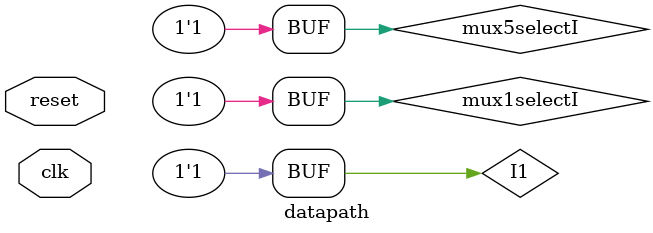
<source format=v>
module datapath (clk, reset);
  input clk, reset;

  wire [31:0] toIU;
  wire [31:0] tomux5_0;
  wire [31:0] topc;
  wire [31:0] regpc;

  wire [31:0] pcNewtoIF, instoIF;

  wire ExtoptoID, ALUSrctoID, RegDsttoID, MenWrtoID, BtoID, MentoRegtoID,
  RegWrtoID, jrtoID, jartoID, JtoID, shfsrctoID;
  wire [4:0] rs, rt, rd, ALUOptoID, shfttoID;
  wire [15:0] immtoID;
  wire [31:0] pcNewtoID, busAtoID, busBtoID;
  wire [25:0] targettoID;
  wire [31:0] instoID;
  wire [31:0] correctPC;
  wire [31:0] Bpcout, Jpcout;

  wire ExtoptoEX, ALUSrctoEX, RegDsttoEX, MenWrtoEX, BtoEX, MentoRegtoEX, RegWrtoEX, jrtoEX, jartoEX, JtoEX;
  wire zerotoEX, shfsrctoEX, loadad;
  wire [4:0] shfttoEX, ALUOptoEX, rwtoEX;
  wire [15:0] immtoEX;
  wire [31:0] pcNewtoEX, busAtoEX, busBtoEX, ALUouttoEX, JpctoEX, BpctoEX;
  wire [25:0] targettoEX;
  wire [31:0] instoEX;
  wire [4:0] rstoEX, rttoEX, rdtoEX;

  wire MenWrtoMe, BtoMe, MentoRegtoMe, RegWrtoMe, jrtoMe, jartoMe, JtoMe;
  wire zerotoMe;
  wire mux1selet, jumpSuccess;
  wire B_J_jump;
  wire Jr_jump;
  wire [4:0] rwtoMe, rstoMe, rttoMe;
  wire [31:0] pcNewtoMe, ALUouttoMe, busBtoMe, MenouttoMen, JpctoMe, BpctoMe;
  wire [31:0] instoMe, busAtoMe;
  wire [31:0] tomem;

  wire MentoRegtoRe, RegWrtoRe, jartoRe, JtoRe;
  wire [4:0] rwtoRe;
  wire [31:0] busW, ALUout, pcNewtoRe, MenouttoRe, tomux4_0;

//to deal with initial without value
  reg mux1selectI, mux5selectI, I1;

  initial begin
    mux1selectI = 0;
    mux5selectI = 0;
    I1 = 0;

    #605 begin
      mux1selectI = 1;
      mux5selectI = 1;
      I1 = 1;
    end

  end

  pc PC(clk, reset, topc, toIU, regpc, jrtoMe, I1&loadad, correctPC, jumpSuccess);

  IUnit iunit(toIU, pcNewtoIF, instoIF);

  IFID ifidRegister(pcNewtoIF, instoIF, ExtoptoID, ALUSrctoID, RegDsttoID, MenWrtoID, BtoID, MentoRegtoID,
    RegWrtoID, jrtoID, jartoID, JtoID, rs, rt, rd, ALUOptoID, shfsrctoID, shfttoID,
    immtoID, pcNewtoID, busAtoID, busBtoID, targettoID, jumpSuccess, instoID, clk,
    I1&loadad, B_J_jump, Jr_jump);

  registers rgi(RegWrtoRe, rwtoRe, rs, rt, busW, busAtoID, busBtoID, clk);

  JumpPc jump(pcNewtoID, immtoID, targettoID, Bpcout, Jpcout);
  predict pre(BpctoMe, pcNewtoMe, BtoMe, zerotoMe, BtoID, jumpSuccess, mux1selet, correctPC);


  IDEX idex(ExtoptoID, ALUSrctoID, RegDsttoID, MenWrtoID,
    BtoID, MentoRegtoID, RegWrtoID, jrtoID, jartoID, JtoID,
    ALUOptoID, shfsrctoID, shfttoID, immtoID,
    pcNewtoID, busAtoID, busBtoID,
    ExtoptoEX, ALUSrctoEX, RegDsttoEX, MenWrtoEX, BtoEX,
    MentoRegtoEX, RegWrtoEX, jrtoEX, jartoEX, JtoEX,
    shfsrctoEX, shfttoEX, ALUOptoEX, immtoEX,
    pcNewtoEX, busAtoEX, busBtoEX, clk, targettoID, targettoEX,
    jumpSuccess, instoID, instoEX, rs, rt, rd, rstoEX, rttoEX, rdtoEX, I1&loadad,
    B_J_jump, Jr_jump);

  ExecUnit execu(ExtoptoEX, ALUSrctoEX, shfsrctoEX, shfttoEX, ALUOptoEX, immtoEX,
    pcNewtoEX, busAtoEX, busBtoEX, ALUouttoEX, JpctoEX, BpctoEX, zerotoEX, targettoEX,
    rstoEX, rttoEX, rwtoMe, rwtoRe, ALUouttoMe, busW,
    RegWrtoMe, MentoRegtoMe, RegWrtoRe, loadad);

  ExMem exmen(MenWrtoEX, BtoEX, MentoRegtoEX, RegWrtoEX, jrtoEX, jartoEX, JtoEX,
    zerotoEX, rwtoEX, pcNewtoEX, busBtoEX, ALUouttoEX, JpctoEX, BpctoEX,
    MenWrtoMe, BtoMe, MentoRegtoMe, RegWrtoMe, jrtoMe, jartoMe, JtoMe,
    zerotoMe, rwtoMe, ALUouttoMe, busBtoMe, JpctoMe, BpctoMe, clk,
    instoEX, instoMe, pcNewtoMe, jumpSuccess, busAtoEX, busAtoMe,
    rstoEX, rstoMe, rttoEX, rttoMe, I1&loadad, Jr_jump);

  DM dm(MenWrtoMe, ALUouttoMe, tomem, MenouttoMen, instoMe[31:26], clk);

  MemWr memwr1(MentoRegtoMe, RegWrtoMe, jartoMe, JtoMe, rwtoMe, pcNewtoMe,
    ALUouttoMe, MentoRegtoRe, RegWrtoRe, jartoRe, JtoRe, rwtoRe, pcNewtoRe,
    ALUout, clk, MenouttoMen, MenouttoRe);

  //assign mux1selet = BtoMe & zerotoMe;
  assign B_J_jump = mux1selet | JtoMe;
  assign Jr_jump = jrtoMe;

  mux2_32 mux1(pcNewtoIF, Bpcout, mux1selet&mux1selectI, tomux5_0);
  mux2_5 mux2(rttoEX, rdtoEX, RegDsttoEX, rwtoEX);
  mux2_32 mux3(ALUout, MenouttoRe, MentoRegtoRe, tomux4_0);
  mux2_32 mux4(tomux4_0, pcNewtoRe, jartoRe|JtoRe, busW);
  mux2_32 mux5(tomux5_0, Jpcout, JtoID&mux5selectI, topc);

  //for register jump
  mux2_32 mux6(busAtoMe, busW, RegWrtoRe&(rwtoRe == rstoMe), regpc);

  //for memrory wirte
  mux2_32 mux7(busBtoMe, busW, RegWrtoRe&(rwtoRe == rttoMe), tomem);


endmodule // datapath

</source>
